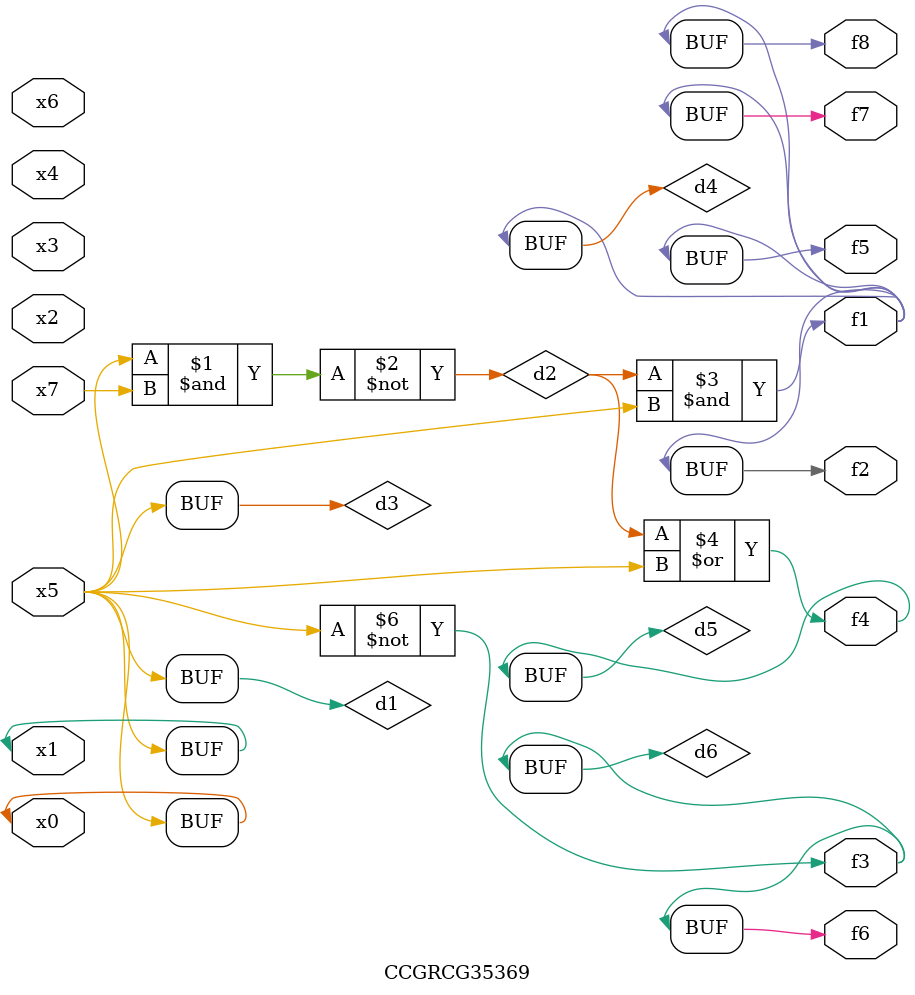
<source format=v>
module CCGRCG35369(
	input x0, x1, x2, x3, x4, x5, x6, x7,
	output f1, f2, f3, f4, f5, f6, f7, f8
);

	wire d1, d2, d3, d4, d5, d6;

	buf (d1, x0, x5);
	nand (d2, x5, x7);
	buf (d3, x0, x1);
	and (d4, d2, d3);
	or (d5, d2, d3);
	nor (d6, d1, d3);
	assign f1 = d4;
	assign f2 = d4;
	assign f3 = d6;
	assign f4 = d5;
	assign f5 = d4;
	assign f6 = d6;
	assign f7 = d4;
	assign f8 = d4;
endmodule

</source>
